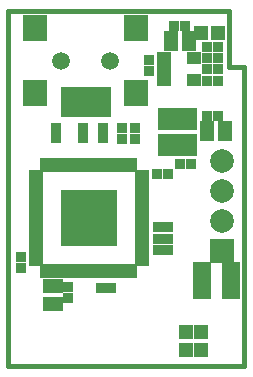
<source format=gts>
G04 (created by PCBNEW-RS274X (2010-05-05 BZR 2356)-stable) date 2010年10月27日 星期三 23时04分44秒*
G01*
G70*
G90*
%MOIN*%
G04 Gerber Fmt 3.4, Leading zero omitted, Abs format*
%FSLAX34Y34*%
G04 APERTURE LIST*
%ADD10C,0.006000*%
%ADD11C,0.015000*%
%ADD12R,0.051400X0.051400*%
%ADD13R,0.029800X0.051500*%
%ADD14R,0.051500X0.029800*%
%ADD15R,0.191300X0.191300*%
%ADD16R,0.038100X0.038100*%
%ADD17R,0.045000X0.065000*%
%ADD18R,0.065000X0.045000*%
%ADD19R,0.050000X0.040000*%
%ADD20R,0.059400X0.047600*%
%ADD21R,0.039700X0.098700*%
%ADD22R,0.083000X0.090900*%
%ADD23C,0.059400*%
%ADD24R,0.065300X0.075100*%
%ADD25R,0.079100X0.079100*%
%ADD26C,0.079100*%
G04 APERTURE END LIST*
G54D10*
G54D11*
X47244Y-41220D02*
X47244Y-41220D01*
X46732Y-41221D02*
X47244Y-41221D01*
X46732Y-39370D02*
X46732Y-41220D01*
X39370Y-51181D02*
X39370Y-39370D01*
X47244Y-51181D02*
X39370Y-51181D01*
X47244Y-41220D02*
X47244Y-51181D01*
X39370Y-39370D02*
X46732Y-39370D01*
G54D12*
X46375Y-40080D03*
X45785Y-40080D03*
X45800Y-50645D03*
X45800Y-50055D03*
X45300Y-50645D03*
X45300Y-50055D03*
G54D13*
X43530Y-44490D03*
X43333Y-44490D03*
X43136Y-44490D03*
X42939Y-44490D03*
X42743Y-44490D03*
X42546Y-44490D03*
X42349Y-44490D03*
X42152Y-44490D03*
X41955Y-44490D03*
X41758Y-44490D03*
X41561Y-44490D03*
X41365Y-44490D03*
X41168Y-44490D03*
X40971Y-44490D03*
X40774Y-44490D03*
X40577Y-44490D03*
G54D14*
X40282Y-44785D03*
X40282Y-44982D03*
X40282Y-45179D03*
X40282Y-45376D03*
X40282Y-45573D03*
X40282Y-45770D03*
X40282Y-45966D03*
X40282Y-46163D03*
X40282Y-46360D03*
X40282Y-46557D03*
X40282Y-46754D03*
X40282Y-46951D03*
X40282Y-47147D03*
X40282Y-47344D03*
X40282Y-47541D03*
X40282Y-47738D03*
G54D13*
X40577Y-48033D03*
X40774Y-48033D03*
X40971Y-48033D03*
X41168Y-48033D03*
X41365Y-48033D03*
X41561Y-48033D03*
X41758Y-48033D03*
X41955Y-48033D03*
X42152Y-48033D03*
X42349Y-48033D03*
X42546Y-48033D03*
X42743Y-48033D03*
X42939Y-48033D03*
X43136Y-48033D03*
X43333Y-48033D03*
X43530Y-48033D03*
G54D14*
X43825Y-47738D03*
X43825Y-47541D03*
X43825Y-47344D03*
X43825Y-47147D03*
X43825Y-46951D03*
X43825Y-46754D03*
X43825Y-46557D03*
X43825Y-46360D03*
X43825Y-46163D03*
X43825Y-45966D03*
X43825Y-45770D03*
X43825Y-45573D03*
X43825Y-45376D03*
X43825Y-45179D03*
X43825Y-44982D03*
X43825Y-44785D03*
G54D15*
X42054Y-46262D03*
G54D16*
X45110Y-44440D03*
X45460Y-44440D03*
X43587Y-43618D03*
X43587Y-43268D03*
X44050Y-41350D03*
X44050Y-41000D03*
X44710Y-46950D03*
X44360Y-46950D03*
X44710Y-46570D03*
X44360Y-46570D03*
X46010Y-41300D03*
X46360Y-41300D03*
X46010Y-40920D03*
X46360Y-40920D03*
X44900Y-39840D03*
X45250Y-39840D03*
X42450Y-48580D03*
X42800Y-48580D03*
X44360Y-47330D03*
X44710Y-47330D03*
X39780Y-47560D03*
X39780Y-47910D03*
X41360Y-48570D03*
X41360Y-48920D03*
X44340Y-44790D03*
X44690Y-44790D03*
X43169Y-43268D03*
X43169Y-43618D03*
X41870Y-43248D03*
X41870Y-43598D03*
X46360Y-40540D03*
X46010Y-40540D03*
X46010Y-42850D03*
X46360Y-42850D03*
X46010Y-41680D03*
X46360Y-41680D03*
G54D17*
X44780Y-40340D03*
X45380Y-40340D03*
X45980Y-43350D03*
X46580Y-43350D03*
G54D18*
X40870Y-48530D03*
X40870Y-49130D03*
G54D19*
X44550Y-40915D03*
X44550Y-41665D03*
X45550Y-40915D03*
X44550Y-41290D03*
X45550Y-41665D03*
G54D20*
X45840Y-47960D03*
X45840Y-48335D03*
X45840Y-48708D03*
X46784Y-48710D03*
X46784Y-48332D03*
X46784Y-47960D03*
G54D21*
X41320Y-42393D03*
X41635Y-42393D03*
X41950Y-42393D03*
X42265Y-42393D03*
X42580Y-42393D03*
G54D22*
X40257Y-42078D03*
X43643Y-42078D03*
X40257Y-39933D03*
X43643Y-39933D03*
G54D23*
X41123Y-41015D03*
X42777Y-41015D03*
G54D16*
X40949Y-43598D03*
X40949Y-43248D03*
X42539Y-43602D03*
X42539Y-43252D03*
G54D24*
X44690Y-42970D03*
X44690Y-43836D03*
X45320Y-43836D03*
X45320Y-42970D03*
G54D25*
X46496Y-47366D03*
G54D26*
X46496Y-46366D03*
X46496Y-45366D03*
X46496Y-44366D03*
M02*

</source>
